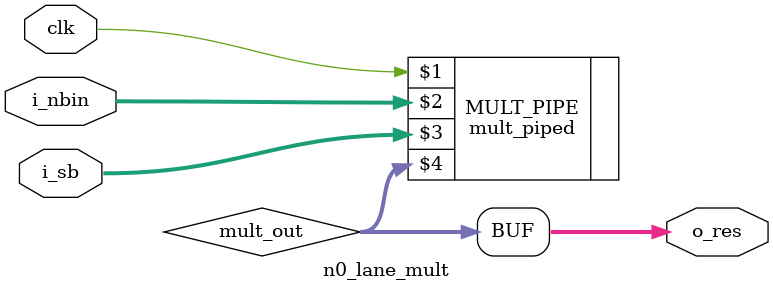
<source format=v>

module n0_cluster (
        clk,
        i_nbin,
        i_sb,
        o_n0
    );

    parameter N    = 16;
    parameter Tn   = 16;
    parameter TnxTn = Tn*Tn; 


    // Need to instantiate:
    //      (1) 16 NBin = 16 entries * 1 wide * 16-bits each -> 1 per unit (16 per cluster)
    //      (2) 16 NBout = 4 entries * 16 wide * 16-bits each -> 1 per unit (16 per cluster)
    //      (3) 256 lanes = 16 units, 16 lanes per unit

    input                       clk;
    input [N*Tn - 1 : 0]        i_nbin;        // Tn values read from NBin SRAM
    input [N*TnxTn - 1 : 0]     i_sb;          // Tn x Tn values read from SB eDRAM
    output [N*TnxTn - 1 : 0]    o_n0;

    wire [N*TnxTn - 1 : 0]      unit_out;       // Tn x Tn values to writeback to NBout

    // Output assignment
    assign o_n0 = unit_out;

    // (3) Main Unit gen
    genvar i;
    generate
        for(i=0; i<Tn; i=i+1) begin : UNIT_gen
            n0_unit UNIT (
                clk,
                i_nbin      [ (i+1)*N - 1    : i*N    ],
                i_sb        [ (i+1)*N*Tn - 1 : i*N*Tn ],
                unit_out    [ (i+1)*N*Tn - 1 : i*N*Tn ]
            );
        end
    endgenerate

endmodule


// Stage one unit:
//      16 lanes each performing a (hopefully) pipied fixed-point multiply
module n0_unit (
        clk,
        i_nbin,
        i_sb,
        o_res
    );

    parameter N  = 16;
    parameter Tn = 16;

    input               clk;
    input   [N-1:0]     i_nbin; 
    input   [Tn*N-1:0]  i_sb;
    output  [Tn*N-1:0]  o_res;


    // Add pipelineing registers here to try and autopipeline - putting it in the multiplier fails
    reg     [N-1:0]     nb_reg [1:0];
    reg     [Tn*N-1:0]  sb_reg [1:0];

    always @(posedge clk) begin
        nb_reg[1] <= nb_reg[0];
        sb_reg[1] <= sb_reg[0]; 
        nb_reg[0] <= i_nbin;
        sb_reg[0] <= i_sb;
    end

    genvar i;
    generate
        for(i=0; i<Tn; i=i+1) begin : mult
            n0_lane_mult LANE (
                clk,
                nb_reg[1],
                sb_reg[1][ (i+1)*N - 1 : i*N ],
                o_res    [ (i+1)*N - 1 : i*N ]
            );
        end
    endgenerate

endmodule




// Implements a single multiplier and accumulator 
module n0_lane_mult (
        clk,
        i_nbin,
        i_sb,
        o_res
    );

    parameter N = 16;

    input           clk;
    input   [N-1:0] i_nbin, i_sb;
    output  [N-1:0] o_res;

    wire    [N-1:0] mult_out;

    assign o_res = mult_out;

    mult_piped MULT_PIPE (
        clk,
        i_nbin,
        i_sb,
        mult_out
    );

endmodule

</source>
